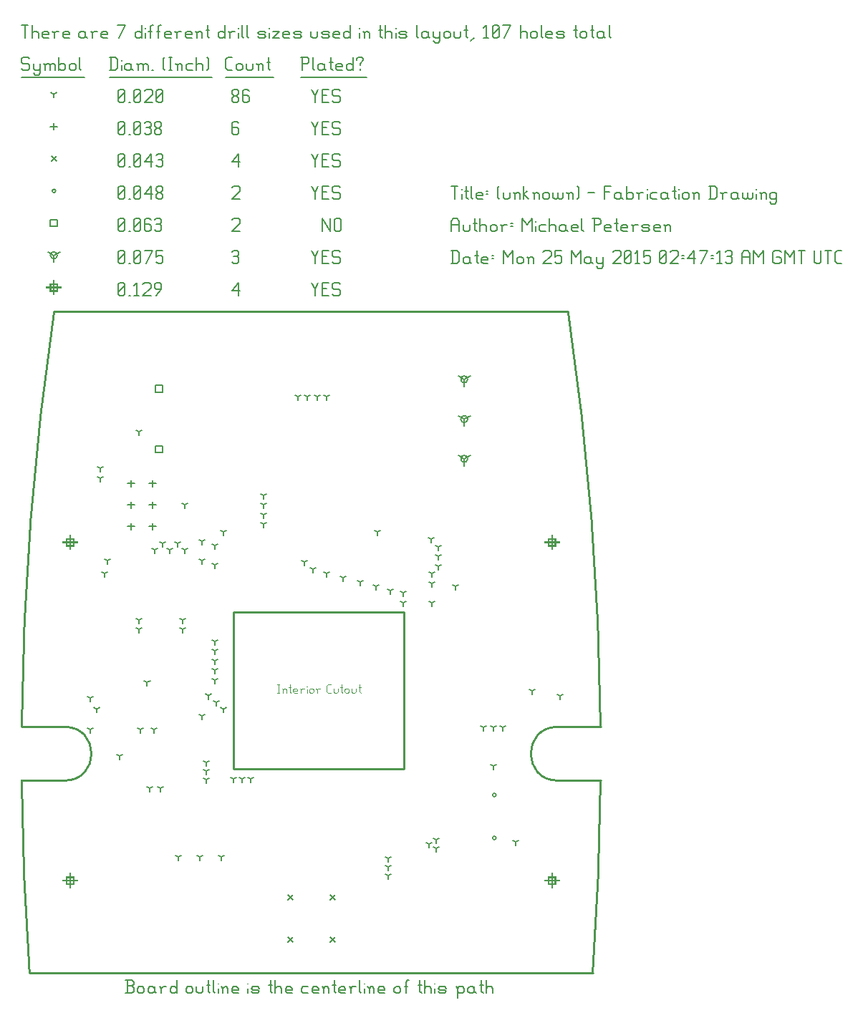
<source format=gbr>
G04 start of page 13 for group -3984 idx -3984 *
G04 Title: (unknown), fab *
G04 Creator: pcb 20110918 *
G04 CreationDate: Mon 25 May 2015 02:47:13 AM GMT UTC *
G04 For: railfan *
G04 Format: Gerber/RS-274X *
G04 PCB-Dimensions: 269500 307800 *
G04 PCB-Coordinate-Origin: lower left *
%MOIN*%
%FSLAX25Y25*%
%LNFAB*%
%ADD114C,0.0050*%
%ADD113C,0.0040*%
%ADD112C,0.0100*%
%ADD111C,0.0075*%
%ADD110C,0.0060*%
%ADD109R,0.0080X0.0080*%
G54D109*X22600Y203600D02*Y197200D01*
X19400Y200400D02*X25800D01*
X21000Y202000D02*X24200D01*
X21000D02*Y198800D01*
X24200D01*
Y202000D02*Y198800D01*
X22600Y46100D02*Y39700D01*
X19400Y42900D02*X25800D01*
X21000Y44500D02*X24200D01*
X21000D02*Y41300D01*
X24200D01*
Y44500D02*Y41300D01*
X246900Y203600D02*Y197200D01*
X243700Y200400D02*X250100D01*
X245300Y202000D02*X248500D01*
X245300D02*Y198800D01*
X248500D01*
Y202000D02*Y198800D01*
X246900Y46100D02*Y39700D01*
X243700Y42900D02*X250100D01*
X245300Y44500D02*X248500D01*
X245300D02*Y41300D01*
X248500D01*
Y44500D02*Y41300D01*
X15000Y322250D02*Y315850D01*
X11800Y319050D02*X18200D01*
X13400Y320650D02*X16600D01*
X13400D02*Y317450D01*
X16600D01*
Y320650D02*Y317450D01*
G54D110*X135000Y321300D02*X136500Y318300D01*
X138000Y321300D01*
X136500Y318300D02*Y315300D01*
X139800Y318600D02*X142050D01*
X139800Y315300D02*X142800D01*
X139800Y321300D02*Y315300D01*
Y321300D02*X142800D01*
X147600D02*X148350Y320550D01*
X145350Y321300D02*X147600D01*
X144600Y320550D02*X145350Y321300D01*
X144600Y320550D02*Y319050D01*
X145350Y318300D01*
X147600D01*
X148350Y317550D01*
Y316050D01*
X147600Y315300D02*X148350Y316050D01*
X145350Y315300D02*X147600D01*
X144600Y316050D02*X145350Y315300D01*
X98000Y317550D02*X101000Y321300D01*
X98000Y317550D02*X101750D01*
X101000Y321300D02*Y315300D01*
X45000Y316050D02*X45750Y315300D01*
X45000Y320550D02*Y316050D01*
Y320550D02*X45750Y321300D01*
X47250D01*
X48000Y320550D01*
Y316050D01*
X47250Y315300D02*X48000Y316050D01*
X45750Y315300D02*X47250D01*
X45000Y316800D02*X48000Y319800D01*
X49800Y315300D02*X50550D01*
X52350Y320100D02*X53550Y321300D01*
Y315300D01*
X52350D02*X54600D01*
X56400Y320550D02*X57150Y321300D01*
X59400D01*
X60150Y320550D01*
Y319050D01*
X56400Y315300D02*X60150Y319050D01*
X56400Y315300D02*X60150D01*
X62700D02*X64950Y318300D01*
Y320550D02*Y318300D01*
X64200Y321300D02*X64950Y320550D01*
X62700Y321300D02*X64200D01*
X61950Y320550D02*X62700Y321300D01*
X61950Y320550D02*Y319050D01*
X62700Y318300D01*
X64950D01*
X206000Y276300D02*Y273100D01*
Y276300D02*X208773Y277900D01*
X206000Y276300D02*X203227Y277900D01*
X204400Y276300D02*G75*G03X207600Y276300I1600J0D01*G01*
G75*G03X204400Y276300I-1600J0D01*G01*
X206000Y257800D02*Y254600D01*
Y257800D02*X208773Y259400D01*
X206000Y257800D02*X203227Y259400D01*
X204400Y257800D02*G75*G03X207600Y257800I1600J0D01*G01*
G75*G03X204400Y257800I-1600J0D01*G01*
X206000Y239300D02*Y236100D01*
Y239300D02*X208773Y240900D01*
X206000Y239300D02*X203227Y240900D01*
X204400Y239300D02*G75*G03X207600Y239300I1600J0D01*G01*
G75*G03X204400Y239300I-1600J0D01*G01*
X15000Y334050D02*Y330850D01*
Y334050D02*X17773Y335650D01*
X15000Y334050D02*X12227Y335650D01*
X13400Y334050D02*G75*G03X16600Y334050I1600J0D01*G01*
G75*G03X13400Y334050I-1600J0D01*G01*
X135000Y336300D02*X136500Y333300D01*
X138000Y336300D01*
X136500Y333300D02*Y330300D01*
X139800Y333600D02*X142050D01*
X139800Y330300D02*X142800D01*
X139800Y336300D02*Y330300D01*
Y336300D02*X142800D01*
X147600D02*X148350Y335550D01*
X145350Y336300D02*X147600D01*
X144600Y335550D02*X145350Y336300D01*
X144600Y335550D02*Y334050D01*
X145350Y333300D01*
X147600D01*
X148350Y332550D01*
Y331050D01*
X147600Y330300D02*X148350Y331050D01*
X145350Y330300D02*X147600D01*
X144600Y331050D02*X145350Y330300D01*
X98000Y335550D02*X98750Y336300D01*
X100250D01*
X101000Y335550D01*
X100250Y330300D02*X101000Y331050D01*
X98750Y330300D02*X100250D01*
X98000Y331050D02*X98750Y330300D01*
Y333600D02*X100250D01*
X101000Y335550D02*Y334350D01*
Y332850D02*Y331050D01*
Y332850D02*X100250Y333600D01*
X101000Y334350D02*X100250Y333600D01*
X45000Y331050D02*X45750Y330300D01*
X45000Y335550D02*Y331050D01*
Y335550D02*X45750Y336300D01*
X47250D01*
X48000Y335550D01*
Y331050D01*
X47250Y330300D02*X48000Y331050D01*
X45750Y330300D02*X47250D01*
X45000Y331800D02*X48000Y334800D01*
X49800Y330300D02*X50550D01*
X52350Y331050D02*X53100Y330300D01*
X52350Y335550D02*Y331050D01*
Y335550D02*X53100Y336300D01*
X54600D01*
X55350Y335550D01*
Y331050D01*
X54600Y330300D02*X55350Y331050D01*
X53100Y330300D02*X54600D01*
X52350Y331800D02*X55350Y334800D01*
X57900Y330300D02*X60900Y336300D01*
X57150D02*X60900D01*
X62700D02*X65700D01*
X62700D02*Y333300D01*
X63450Y334050D01*
X64950D01*
X65700Y333300D01*
Y331050D01*
X64950Y330300D02*X65700Y331050D01*
X63450Y330300D02*X64950D01*
X62700Y331050D02*X63450Y330300D01*
X62400Y245350D02*X65600D01*
X62400D02*Y242150D01*
X65600D01*
Y245350D02*Y242150D01*
X62400Y273450D02*X65600D01*
X62400D02*Y270250D01*
X65600D01*
Y273450D02*Y270250D01*
X13400Y350650D02*X16600D01*
X13400D02*Y347450D01*
X16600D01*
Y350650D02*Y347450D01*
X140000Y351300D02*Y345300D01*
Y351300D02*X143750Y345300D01*
Y351300D02*Y345300D01*
X145550Y350550D02*Y346050D01*
Y350550D02*X146300Y351300D01*
X147800D01*
X148550Y350550D01*
Y346050D01*
X147800Y345300D02*X148550Y346050D01*
X146300Y345300D02*X147800D01*
X145550Y346050D02*X146300Y345300D01*
X98000Y350550D02*X98750Y351300D01*
X101000D01*
X101750Y350550D01*
Y349050D01*
X98000Y345300D02*X101750Y349050D01*
X98000Y345300D02*X101750D01*
X45000Y346050D02*X45750Y345300D01*
X45000Y350550D02*Y346050D01*
Y350550D02*X45750Y351300D01*
X47250D01*
X48000Y350550D01*
Y346050D01*
X47250Y345300D02*X48000Y346050D01*
X45750Y345300D02*X47250D01*
X45000Y346800D02*X48000Y349800D01*
X49800Y345300D02*X50550D01*
X52350Y346050D02*X53100Y345300D01*
X52350Y350550D02*Y346050D01*
Y350550D02*X53100Y351300D01*
X54600D01*
X55350Y350550D01*
Y346050D01*
X54600Y345300D02*X55350Y346050D01*
X53100Y345300D02*X54600D01*
X52350Y346800D02*X55350Y349800D01*
X59400Y351300D02*X60150Y350550D01*
X57900Y351300D02*X59400D01*
X57150Y350550D02*X57900Y351300D01*
X57150Y350550D02*Y346050D01*
X57900Y345300D01*
X59400Y348600D02*X60150Y347850D01*
X57150Y348600D02*X59400D01*
X57900Y345300D02*X59400D01*
X60150Y346050D01*
Y347850D02*Y346050D01*
X61950Y350550D02*X62700Y351300D01*
X64200D01*
X64950Y350550D01*
X64200Y345300D02*X64950Y346050D01*
X62700Y345300D02*X64200D01*
X61950Y346050D02*X62700Y345300D01*
Y348600D02*X64200D01*
X64950Y350550D02*Y349350D01*
Y347850D02*Y346050D01*
Y347850D02*X64200Y348600D01*
X64950Y349350D02*X64200Y348600D01*
X219200Y62800D02*G75*G03X220800Y62800I800J0D01*G01*
G75*G03X219200Y62800I-800J0D01*G01*
Y82800D02*G75*G03X220800Y82800I800J0D01*G01*
G75*G03X219200Y82800I-800J0D01*G01*
X14200Y364050D02*G75*G03X15800Y364050I800J0D01*G01*
G75*G03X14200Y364050I-800J0D01*G01*
X135000Y366300D02*X136500Y363300D01*
X138000Y366300D01*
X136500Y363300D02*Y360300D01*
X139800Y363600D02*X142050D01*
X139800Y360300D02*X142800D01*
X139800Y366300D02*Y360300D01*
Y366300D02*X142800D01*
X147600D02*X148350Y365550D01*
X145350Y366300D02*X147600D01*
X144600Y365550D02*X145350Y366300D01*
X144600Y365550D02*Y364050D01*
X145350Y363300D01*
X147600D01*
X148350Y362550D01*
Y361050D01*
X147600Y360300D02*X148350Y361050D01*
X145350Y360300D02*X147600D01*
X144600Y361050D02*X145350Y360300D01*
X98000Y365550D02*X98750Y366300D01*
X101000D01*
X101750Y365550D01*
Y364050D01*
X98000Y360300D02*X101750Y364050D01*
X98000Y360300D02*X101750D01*
X45000Y361050D02*X45750Y360300D01*
X45000Y365550D02*Y361050D01*
Y365550D02*X45750Y366300D01*
X47250D01*
X48000Y365550D01*
Y361050D01*
X47250Y360300D02*X48000Y361050D01*
X45750Y360300D02*X47250D01*
X45000Y361800D02*X48000Y364800D01*
X49800Y360300D02*X50550D01*
X52350Y361050D02*X53100Y360300D01*
X52350Y365550D02*Y361050D01*
Y365550D02*X53100Y366300D01*
X54600D01*
X55350Y365550D01*
Y361050D01*
X54600Y360300D02*X55350Y361050D01*
X53100Y360300D02*X54600D01*
X52350Y361800D02*X55350Y364800D01*
X57150Y362550D02*X60150Y366300D01*
X57150Y362550D02*X60900D01*
X60150Y366300D02*Y360300D01*
X62700Y361050D02*X63450Y360300D01*
X62700Y362250D02*Y361050D01*
Y362250D02*X63750Y363300D01*
X64650D01*
X65700Y362250D01*
Y361050D01*
X64950Y360300D02*X65700Y361050D01*
X63450Y360300D02*X64950D01*
X62700Y364350D02*X63750Y363300D01*
X62700Y365550D02*Y364350D01*
Y365550D02*X63450Y366300D01*
X64950D01*
X65700Y365550D01*
Y364350D01*
X64650Y363300D02*X65700Y364350D01*
X123957Y36343D02*X126357Y33943D01*
X123957D02*X126357Y36343D01*
X143643D02*X146043Y33943D01*
X143643D02*X146043Y36343D01*
X123957Y16657D02*X126357Y14257D01*
X123957D02*X126357Y16657D01*
X143643D02*X146043Y14257D01*
X143643D02*X146043Y16657D01*
X13800Y380250D02*X16200Y377850D01*
X13800D02*X16200Y380250D01*
X135000Y381300D02*X136500Y378300D01*
X138000Y381300D01*
X136500Y378300D02*Y375300D01*
X139800Y378600D02*X142050D01*
X139800Y375300D02*X142800D01*
X139800Y381300D02*Y375300D01*
Y381300D02*X142800D01*
X147600D02*X148350Y380550D01*
X145350Y381300D02*X147600D01*
X144600Y380550D02*X145350Y381300D01*
X144600Y380550D02*Y379050D01*
X145350Y378300D01*
X147600D01*
X148350Y377550D01*
Y376050D01*
X147600Y375300D02*X148350Y376050D01*
X145350Y375300D02*X147600D01*
X144600Y376050D02*X145350Y375300D01*
X98000Y377550D02*X101000Y381300D01*
X98000Y377550D02*X101750D01*
X101000Y381300D02*Y375300D01*
X45000Y376050D02*X45750Y375300D01*
X45000Y380550D02*Y376050D01*
Y380550D02*X45750Y381300D01*
X47250D01*
X48000Y380550D01*
Y376050D01*
X47250Y375300D02*X48000Y376050D01*
X45750Y375300D02*X47250D01*
X45000Y376800D02*X48000Y379800D01*
X49800Y375300D02*X50550D01*
X52350Y376050D02*X53100Y375300D01*
X52350Y380550D02*Y376050D01*
Y380550D02*X53100Y381300D01*
X54600D01*
X55350Y380550D01*
Y376050D01*
X54600Y375300D02*X55350Y376050D01*
X53100Y375300D02*X54600D01*
X52350Y376800D02*X55350Y379800D01*
X57150Y377550D02*X60150Y381300D01*
X57150Y377550D02*X60900D01*
X60150Y381300D02*Y375300D01*
X62700Y380550D02*X63450Y381300D01*
X64950D01*
X65700Y380550D01*
X64950Y375300D02*X65700Y376050D01*
X63450Y375300D02*X64950D01*
X62700Y376050D02*X63450Y375300D01*
Y378600D02*X64950D01*
X65700Y380550D02*Y379350D01*
Y377850D02*Y376050D01*
Y377850D02*X64950Y378600D01*
X65700Y379350D02*X64950Y378600D01*
X61000Y209400D02*Y206200D01*
X59400Y207800D02*X62600D01*
X61000Y219400D02*Y216200D01*
X59400Y217800D02*X62600D01*
X61000Y229400D02*Y226200D01*
X59400Y227800D02*X62600D01*
X51000Y209400D02*Y206200D01*
X49400Y207800D02*X52600D01*
X51000Y219400D02*Y216200D01*
X49400Y217800D02*X52600D01*
X51000Y229400D02*Y226200D01*
X49400Y227800D02*X52600D01*
X15000Y395650D02*Y392450D01*
X13400Y394050D02*X16600D01*
X135000Y396300D02*X136500Y393300D01*
X138000Y396300D01*
X136500Y393300D02*Y390300D01*
X139800Y393600D02*X142050D01*
X139800Y390300D02*X142800D01*
X139800Y396300D02*Y390300D01*
Y396300D02*X142800D01*
X147600D02*X148350Y395550D01*
X145350Y396300D02*X147600D01*
X144600Y395550D02*X145350Y396300D01*
X144600Y395550D02*Y394050D01*
X145350Y393300D01*
X147600D01*
X148350Y392550D01*
Y391050D01*
X147600Y390300D02*X148350Y391050D01*
X145350Y390300D02*X147600D01*
X144600Y391050D02*X145350Y390300D01*
X100250Y396300D02*X101000Y395550D01*
X98750Y396300D02*X100250D01*
X98000Y395550D02*X98750Y396300D01*
X98000Y395550D02*Y391050D01*
X98750Y390300D01*
X100250Y393600D02*X101000Y392850D01*
X98000Y393600D02*X100250D01*
X98750Y390300D02*X100250D01*
X101000Y391050D01*
Y392850D02*Y391050D01*
X45000D02*X45750Y390300D01*
X45000Y395550D02*Y391050D01*
Y395550D02*X45750Y396300D01*
X47250D01*
X48000Y395550D01*
Y391050D01*
X47250Y390300D02*X48000Y391050D01*
X45750Y390300D02*X47250D01*
X45000Y391800D02*X48000Y394800D01*
X49800Y390300D02*X50550D01*
X52350Y391050D02*X53100Y390300D01*
X52350Y395550D02*Y391050D01*
Y395550D02*X53100Y396300D01*
X54600D01*
X55350Y395550D01*
Y391050D01*
X54600Y390300D02*X55350Y391050D01*
X53100Y390300D02*X54600D01*
X52350Y391800D02*X55350Y394800D01*
X57150Y395550D02*X57900Y396300D01*
X59400D01*
X60150Y395550D01*
X59400Y390300D02*X60150Y391050D01*
X57900Y390300D02*X59400D01*
X57150Y391050D02*X57900Y390300D01*
Y393600D02*X59400D01*
X60150Y395550D02*Y394350D01*
Y392850D02*Y391050D01*
Y392850D02*X59400Y393600D01*
X60150Y394350D02*X59400Y393600D01*
X61950Y391050D02*X62700Y390300D01*
X61950Y392250D02*Y391050D01*
Y392250D02*X63000Y393300D01*
X63900D01*
X64950Y392250D01*
Y391050D01*
X64200Y390300D02*X64950Y391050D01*
X62700Y390300D02*X64200D01*
X61950Y394350D02*X63000Y393300D01*
X61950Y395550D02*Y394350D01*
Y395550D02*X62700Y396300D01*
X64200D01*
X64950Y395550D01*
Y394350D01*
X63900Y393300D02*X64950Y394350D01*
X59500Y85800D02*Y84200D01*
Y85800D02*X60887Y86600D01*
X59500Y85800D02*X58113Y86600D01*
X64500Y85800D02*Y84200D01*
Y85800D02*X65887Y86600D01*
X64500Y85800D02*X63113Y86600D01*
X54500Y159800D02*Y158200D01*
Y159800D02*X55887Y160600D01*
X54500Y159800D02*X53113Y160600D01*
X75000Y159800D02*Y158200D01*
Y159800D02*X76387Y160600D01*
X75000Y159800D02*X73613Y160600D01*
X58425Y135300D02*Y133700D01*
Y135300D02*X59812Y136100D01*
X58425Y135300D02*X57038Y136100D01*
X55276Y113300D02*Y111700D01*
Y113300D02*X56663Y114100D01*
X55276Y113300D02*X53889Y114100D01*
X61575Y113300D02*Y111700D01*
Y113300D02*X62962Y114100D01*
X61575Y113300D02*X60188Y114100D01*
X87000Y129025D02*Y127425D01*
Y129025D02*X88387Y129825D01*
X87000Y129025D02*X85613Y129825D01*
X90500Y125875D02*Y124275D01*
Y125875D02*X91887Y126675D01*
X90500Y125875D02*X89113Y126675D01*
X94000Y122725D02*Y121125D01*
Y122725D02*X95387Y123525D01*
X94000Y122725D02*X92613Y123525D01*
X93000Y53800D02*Y52200D01*
Y53800D02*X94387Y54600D01*
X93000Y53800D02*X91613Y54600D01*
X83000Y53800D02*Y52200D01*
Y53800D02*X84387Y54600D01*
X83000Y53800D02*X81613Y54600D01*
X73000Y53800D02*Y52200D01*
Y53800D02*X74387Y54600D01*
X73000Y53800D02*X71613Y54600D01*
X98500Y90300D02*Y88700D01*
Y90300D02*X99887Y91100D01*
X98500Y90300D02*X97113Y91100D01*
X86000Y93800D02*Y92200D01*
Y93800D02*X87387Y94600D01*
X86000Y93800D02*X84613Y94600D01*
X86000Y97800D02*Y96200D01*
Y97800D02*X87387Y98600D01*
X86000Y97800D02*X84613Y98600D01*
X86000Y89800D02*Y88200D01*
Y89800D02*X87387Y90600D01*
X86000Y89800D02*X84613Y90600D01*
X102500Y90300D02*Y88700D01*
Y90300D02*X103887Y91100D01*
X102500Y90300D02*X101113Y91100D01*
X106500Y90300D02*Y88700D01*
Y90300D02*X107887Y91100D01*
X106500Y90300D02*X105113Y91100D01*
X170500Y45300D02*Y43700D01*
Y45300D02*X171887Y46100D01*
X170500Y45300D02*X169113Y46100D01*
X170500Y53300D02*Y51700D01*
Y53300D02*X171887Y54100D01*
X170500Y53300D02*X169113Y54100D01*
X170500Y49300D02*Y47700D01*
Y49300D02*X171887Y50100D01*
X170500Y49300D02*X169113Y50100D01*
X189500Y59800D02*Y58200D01*
Y59800D02*X190887Y60600D01*
X189500Y59800D02*X188113Y60600D01*
X193000Y57800D02*Y56200D01*
Y57800D02*X194387Y58600D01*
X193000Y57800D02*X191613Y58600D01*
X193000Y61800D02*Y60200D01*
Y61800D02*X194387Y62600D01*
X193000Y61800D02*X191613Y62600D01*
X84000Y119576D02*Y117976D01*
Y119576D02*X85387Y120376D01*
X84000Y119576D02*X82613Y120376D01*
X45500Y100800D02*Y99200D01*
Y100800D02*X46887Y101600D01*
X45500Y100800D02*X44113Y101600D01*
X177500Y172300D02*Y170700D01*
Y172300D02*X178887Y173100D01*
X177500Y172300D02*X176113Y173100D01*
X191000Y172300D02*Y170700D01*
Y172300D02*X192387Y173100D01*
X191000Y172300D02*X189613Y173100D01*
X177500Y176800D02*Y175200D01*
Y176800D02*X178887Y177600D01*
X177500Y176800D02*X176113Y177600D01*
X191000Y181300D02*Y179700D01*
Y181300D02*X192387Y182100D01*
X191000Y181300D02*X189613Y182100D01*
X191000Y185800D02*Y184200D01*
Y185800D02*X192387Y186600D01*
X191000Y185800D02*X189613Y186600D01*
X202000Y179800D02*Y178200D01*
Y179800D02*X203387Y180600D01*
X202000Y179800D02*X200613Y180600D01*
X230000Y60800D02*Y59200D01*
Y60800D02*X231387Y61600D01*
X230000Y60800D02*X228613Y61600D01*
X219500Y96300D02*Y94700D01*
Y96300D02*X220887Y97100D01*
X219500Y96300D02*X218113Y97100D01*
X219500Y114300D02*Y112700D01*
Y114300D02*X220887Y115100D01*
X219500Y114300D02*X218113Y115100D01*
X215000Y114300D02*Y112700D01*
Y114300D02*X216387Y115100D01*
X215000Y114300D02*X213613Y115100D01*
X224000Y114300D02*Y112700D01*
Y114300D02*X225387Y115100D01*
X224000Y114300D02*X222613Y115100D01*
X237500Y131300D02*Y129700D01*
Y131300D02*X238887Y132100D01*
X237500Y131300D02*X236113Y132100D01*
X250500Y128800D02*Y127200D01*
Y128800D02*X251887Y129600D01*
X250500Y128800D02*X249113Y129600D01*
X171500Y177800D02*Y176200D01*
Y177800D02*X172887Y178600D01*
X171500Y177800D02*X170113Y178600D01*
X165000Y179800D02*Y178200D01*
Y179800D02*X166387Y180600D01*
X165000Y179800D02*X163613Y180600D01*
X35000Y122725D02*Y121125D01*
Y122725D02*X36387Y123525D01*
X35000Y122725D02*X33613Y123525D01*
X94000Y205241D02*Y203641D01*
Y205241D02*X95387Y206041D01*
X94000Y205241D02*X92613Y206041D01*
X157500Y181800D02*Y180200D01*
Y181800D02*X158887Y182600D01*
X157500Y181800D02*X156113Y182600D01*
X194000Y189300D02*Y187700D01*
Y189300D02*X195387Y190100D01*
X194000Y189300D02*X192613Y190100D01*
X149500Y183800D02*Y182200D01*
Y183800D02*X150887Y184600D01*
X149500Y183800D02*X148113Y184600D01*
X194000Y193800D02*Y192200D01*
Y193800D02*X195387Y194600D01*
X194000Y193800D02*X192613Y194600D01*
X194000Y198300D02*Y196700D01*
Y198300D02*X195387Y199100D01*
X194000Y198300D02*X192613Y199100D01*
X142000Y185800D02*Y184200D01*
Y185800D02*X143387Y186600D01*
X142000Y185800D02*X140613Y186600D01*
X38500Y185800D02*Y184200D01*
Y185800D02*X39887Y186600D01*
X38500Y185800D02*X37113Y186600D01*
X90000Y189800D02*Y188200D01*
Y189800D02*X91387Y190600D01*
X90000Y189800D02*X88613Y190600D01*
X84000Y191800D02*Y190200D01*
Y191800D02*X85387Y192600D01*
X84000Y191800D02*X82613Y192600D01*
X84000Y200800D02*Y199200D01*
Y200800D02*X85387Y201600D01*
X84000Y200800D02*X82613Y201600D01*
X90000Y198800D02*Y197200D01*
Y198800D02*X91387Y199600D01*
X90000Y198800D02*X88613Y199600D01*
X135500Y187800D02*Y186200D01*
Y187800D02*X136887Y188600D01*
X135500Y187800D02*X134113Y188600D01*
X131500Y191300D02*Y189700D01*
Y191300D02*X132887Y192100D01*
X131500Y191300D02*X130113Y192100D01*
X190500Y201800D02*Y200200D01*
Y201800D02*X191887Y202600D01*
X190500Y201800D02*X189113Y202600D01*
X165500Y205241D02*Y203641D01*
Y205241D02*X166887Y206041D01*
X165500Y205241D02*X164113Y206041D01*
X90000Y136300D02*Y134700D01*
Y136300D02*X91387Y137100D01*
X90000Y136300D02*X88613Y137100D01*
X90000Y140800D02*Y139200D01*
Y140800D02*X91387Y141600D01*
X90000Y140800D02*X88613Y141600D01*
X90000Y145300D02*Y143700D01*
Y145300D02*X91387Y146100D01*
X90000Y145300D02*X88613Y146100D01*
X90000Y149800D02*Y148200D01*
Y149800D02*X91387Y150600D01*
X90000Y149800D02*X88613Y150600D01*
X90000Y154300D02*Y152700D01*
Y154300D02*X91387Y155100D01*
X90000Y154300D02*X88613Y155100D01*
X76000Y196800D02*Y195200D01*
Y196800D02*X77387Y197600D01*
X76000Y196800D02*X74613Y197600D01*
X72500Y199800D02*Y198200D01*
Y199800D02*X73887Y200600D01*
X72500Y199800D02*X71113Y200600D01*
X69000Y196800D02*Y195200D01*
Y196800D02*X70387Y197600D01*
X69000Y196800D02*X67613Y197600D01*
X65500Y199800D02*Y198200D01*
Y199800D02*X66887Y200600D01*
X65500Y199800D02*X64113Y200600D01*
X62000Y196800D02*Y195200D01*
Y196800D02*X63387Y197600D01*
X62000Y196800D02*X60613Y197600D01*
X76000Y217800D02*Y216200D01*
Y217800D02*X77387Y218600D01*
X76000Y217800D02*X74613Y218600D01*
X40000Y191800D02*Y190200D01*
Y191800D02*X41387Y192600D01*
X40000Y191800D02*X38613Y192600D01*
X54500Y251800D02*Y250200D01*
Y251800D02*X55887Y252600D01*
X54500Y251800D02*X53113Y252600D01*
X142000Y268300D02*Y266700D01*
Y268300D02*X143387Y269100D01*
X142000Y268300D02*X140613Y269100D01*
X137500Y268300D02*Y266700D01*
Y268300D02*X138887Y269100D01*
X137500Y268300D02*X136113Y269100D01*
X133000Y268300D02*Y266700D01*
Y268300D02*X134387Y269100D01*
X133000Y268300D02*X131613Y269100D01*
X128500Y268300D02*Y266700D01*
Y268300D02*X129887Y269100D01*
X128500Y268300D02*X127113Y269100D01*
X32000Y127800D02*Y126200D01*
Y127800D02*X33387Y128600D01*
X32000Y127800D02*X30613Y128600D01*
X32000Y113276D02*Y111676D01*
Y113276D02*X33387Y114076D01*
X32000Y113276D02*X30613Y114076D01*
X36500Y230300D02*Y228700D01*
Y230300D02*X37887Y231100D01*
X36500Y230300D02*X35113Y231100D01*
X36500Y234800D02*Y233200D01*
Y234800D02*X37887Y235600D01*
X36500Y234800D02*X35113Y235600D01*
X112500Y222300D02*Y220700D01*
Y222300D02*X113887Y223100D01*
X112500Y222300D02*X111113Y223100D01*
X112500Y217800D02*Y216200D01*
Y217800D02*X113887Y218600D01*
X112500Y217800D02*X111113Y218600D01*
X112500Y213300D02*Y211700D01*
Y213300D02*X113887Y214100D01*
X112500Y213300D02*X111113Y214100D01*
X112500Y208800D02*Y207200D01*
Y208800D02*X113887Y209600D01*
X112500Y208800D02*X111113Y209600D01*
X54500Y164300D02*Y162700D01*
Y164300D02*X55887Y165100D01*
X54500Y164300D02*X53113Y165100D01*
X75000Y164300D02*Y162700D01*
Y164300D02*X76387Y165100D01*
X75000Y164300D02*X73613Y165100D01*
X15000Y409050D02*Y407450D01*
Y409050D02*X16387Y409850D01*
X15000Y409050D02*X13613Y409850D01*
X135000Y411300D02*X136500Y408300D01*
X138000Y411300D01*
X136500Y408300D02*Y405300D01*
X139800Y408600D02*X142050D01*
X139800Y405300D02*X142800D01*
X139800Y411300D02*Y405300D01*
Y411300D02*X142800D01*
X147600D02*X148350Y410550D01*
X145350Y411300D02*X147600D01*
X144600Y410550D02*X145350Y411300D01*
X144600Y410550D02*Y409050D01*
X145350Y408300D01*
X147600D01*
X148350Y407550D01*
Y406050D01*
X147600Y405300D02*X148350Y406050D01*
X145350Y405300D02*X147600D01*
X144600Y406050D02*X145350Y405300D01*
X98000Y406050D02*X98750Y405300D01*
X98000Y407250D02*Y406050D01*
Y407250D02*X99050Y408300D01*
X99950D01*
X101000Y407250D01*
Y406050D01*
X100250Y405300D02*X101000Y406050D01*
X98750Y405300D02*X100250D01*
X98000Y409350D02*X99050Y408300D01*
X98000Y410550D02*Y409350D01*
Y410550D02*X98750Y411300D01*
X100250D01*
X101000Y410550D01*
Y409350D01*
X99950Y408300D02*X101000Y409350D01*
X105050Y411300D02*X105800Y410550D01*
X103550Y411300D02*X105050D01*
X102800Y410550D02*X103550Y411300D01*
X102800Y410550D02*Y406050D01*
X103550Y405300D01*
X105050Y408600D02*X105800Y407850D01*
X102800Y408600D02*X105050D01*
X103550Y405300D02*X105050D01*
X105800Y406050D01*
Y407850D02*Y406050D01*
X45000D02*X45750Y405300D01*
X45000Y410550D02*Y406050D01*
Y410550D02*X45750Y411300D01*
X47250D01*
X48000Y410550D01*
Y406050D01*
X47250Y405300D02*X48000Y406050D01*
X45750Y405300D02*X47250D01*
X45000Y406800D02*X48000Y409800D01*
X49800Y405300D02*X50550D01*
X52350Y406050D02*X53100Y405300D01*
X52350Y410550D02*Y406050D01*
Y410550D02*X53100Y411300D01*
X54600D01*
X55350Y410550D01*
Y406050D01*
X54600Y405300D02*X55350Y406050D01*
X53100Y405300D02*X54600D01*
X52350Y406800D02*X55350Y409800D01*
X57150Y410550D02*X57900Y411300D01*
X60150D01*
X60900Y410550D01*
Y409050D01*
X57150Y405300D02*X60900Y409050D01*
X57150Y405300D02*X60900D01*
X62700Y406050D02*X63450Y405300D01*
X62700Y410550D02*Y406050D01*
Y410550D02*X63450Y411300D01*
X64950D01*
X65700Y410550D01*
Y406050D01*
X64950Y405300D02*X65700Y406050D01*
X63450Y405300D02*X64950D01*
X62700Y406800D02*X65700Y409800D01*
X3000Y426300D02*X3750Y425550D01*
X750Y426300D02*X3000D01*
X0Y425550D02*X750Y426300D01*
X0Y425550D02*Y424050D01*
X750Y423300D01*
X3000D01*
X3750Y422550D01*
Y421050D01*
X3000Y420300D02*X3750Y421050D01*
X750Y420300D02*X3000D01*
X0Y421050D02*X750Y420300D01*
X5550Y423300D02*Y421050D01*
X6300Y420300D01*
X8550Y423300D02*Y418800D01*
X7800Y418050D02*X8550Y418800D01*
X6300Y418050D02*X7800D01*
X5550Y418800D02*X6300Y418050D01*
Y420300D02*X7800D01*
X8550Y421050D01*
X11100Y422550D02*Y420300D01*
Y422550D02*X11850Y423300D01*
X12600D01*
X13350Y422550D01*
Y420300D01*
Y422550D02*X14100Y423300D01*
X14850D01*
X15600Y422550D01*
Y420300D01*
X10350Y423300D02*X11100Y422550D01*
X17400Y426300D02*Y420300D01*
Y421050D02*X18150Y420300D01*
X19650D01*
X20400Y421050D01*
Y422550D02*Y421050D01*
X19650Y423300D02*X20400Y422550D01*
X18150Y423300D02*X19650D01*
X17400Y422550D02*X18150Y423300D01*
X22200Y422550D02*Y421050D01*
Y422550D02*X22950Y423300D01*
X24450D01*
X25200Y422550D01*
Y421050D01*
X24450Y420300D02*X25200Y421050D01*
X22950Y420300D02*X24450D01*
X22200Y421050D02*X22950Y420300D01*
X27000Y426300D02*Y421050D01*
X27750Y420300D01*
X0Y417050D02*X29250D01*
X41750Y426300D02*Y420300D01*
X43700Y426300D02*X44750Y425250D01*
Y421350D01*
X43700Y420300D02*X44750Y421350D01*
X41000Y420300D02*X43700D01*
X41000Y426300D02*X43700D01*
G54D111*X46550Y424800D02*Y424650D01*
G54D110*Y422550D02*Y420300D01*
X50300Y423300D02*X51050Y422550D01*
X48800Y423300D02*X50300D01*
X48050Y422550D02*X48800Y423300D01*
X48050Y422550D02*Y421050D01*
X48800Y420300D01*
X51050Y423300D02*Y421050D01*
X51800Y420300D01*
X48800D02*X50300D01*
X51050Y421050D01*
X54350Y422550D02*Y420300D01*
Y422550D02*X55100Y423300D01*
X55850D01*
X56600Y422550D01*
Y420300D01*
Y422550D02*X57350Y423300D01*
X58100D01*
X58850Y422550D01*
Y420300D01*
X53600Y423300D02*X54350Y422550D01*
X60650Y420300D02*X61400D01*
X65900Y421050D02*X66650Y420300D01*
X65900Y425550D02*X66650Y426300D01*
X65900Y425550D02*Y421050D01*
X68450Y426300D02*X69950D01*
X69200D02*Y420300D01*
X68450D02*X69950D01*
X72500Y422550D02*Y420300D01*
Y422550D02*X73250Y423300D01*
X74000D01*
X74750Y422550D01*
Y420300D01*
X71750Y423300D02*X72500Y422550D01*
X77300Y423300D02*X79550D01*
X76550Y422550D02*X77300Y423300D01*
X76550Y422550D02*Y421050D01*
X77300Y420300D01*
X79550D01*
X81350Y426300D02*Y420300D01*
Y422550D02*X82100Y423300D01*
X83600D01*
X84350Y422550D01*
Y420300D01*
X86150Y426300D02*X86900Y425550D01*
Y421050D01*
X86150Y420300D02*X86900Y421050D01*
X41000Y417050D02*X88700D01*
X96050Y420300D02*X98000D01*
X95000Y421350D02*X96050Y420300D01*
X95000Y425250D02*Y421350D01*
Y425250D02*X96050Y426300D01*
X98000D01*
X99800Y422550D02*Y421050D01*
Y422550D02*X100550Y423300D01*
X102050D01*
X102800Y422550D01*
Y421050D01*
X102050Y420300D02*X102800Y421050D01*
X100550Y420300D02*X102050D01*
X99800Y421050D02*X100550Y420300D01*
X104600Y423300D02*Y421050D01*
X105350Y420300D01*
X106850D01*
X107600Y421050D01*
Y423300D02*Y421050D01*
X110150Y422550D02*Y420300D01*
Y422550D02*X110900Y423300D01*
X111650D01*
X112400Y422550D01*
Y420300D01*
X109400Y423300D02*X110150Y422550D01*
X114950Y426300D02*Y421050D01*
X115700Y420300D01*
X114200Y424050D02*X115700D01*
X95000Y417050D02*X117200D01*
X130750Y426300D02*Y420300D01*
X130000Y426300D02*X133000D01*
X133750Y425550D01*
Y424050D01*
X133000Y423300D02*X133750Y424050D01*
X130750Y423300D02*X133000D01*
X135550Y426300D02*Y421050D01*
X136300Y420300D01*
X140050Y423300D02*X140800Y422550D01*
X138550Y423300D02*X140050D01*
X137800Y422550D02*X138550Y423300D01*
X137800Y422550D02*Y421050D01*
X138550Y420300D01*
X140800Y423300D02*Y421050D01*
X141550Y420300D01*
X138550D02*X140050D01*
X140800Y421050D01*
X144100Y426300D02*Y421050D01*
X144850Y420300D01*
X143350Y424050D02*X144850D01*
X147100Y420300D02*X149350D01*
X146350Y421050D02*X147100Y420300D01*
X146350Y422550D02*Y421050D01*
Y422550D02*X147100Y423300D01*
X148600D01*
X149350Y422550D01*
X146350Y421800D02*X149350D01*
Y422550D02*Y421800D01*
X154150Y426300D02*Y420300D01*
X153400D02*X154150Y421050D01*
X151900Y420300D02*X153400D01*
X151150Y421050D02*X151900Y420300D01*
X151150Y422550D02*Y421050D01*
Y422550D02*X151900Y423300D01*
X153400D01*
X154150Y422550D01*
X157450Y423300D02*Y422550D01*
Y421050D02*Y420300D01*
X155950Y425550D02*Y424800D01*
Y425550D02*X156700Y426300D01*
X158200D01*
X158950Y425550D01*
Y424800D01*
X157450Y423300D02*X158950Y424800D01*
X130000Y417050D02*X160750D01*
X0Y441300D02*X3000D01*
X1500D02*Y435300D01*
X4800Y441300D02*Y435300D01*
Y437550D02*X5550Y438300D01*
X7050D01*
X7800Y437550D01*
Y435300D01*
X10350D02*X12600D01*
X9600Y436050D02*X10350Y435300D01*
X9600Y437550D02*Y436050D01*
Y437550D02*X10350Y438300D01*
X11850D01*
X12600Y437550D01*
X9600Y436800D02*X12600D01*
Y437550D02*Y436800D01*
X15150Y437550D02*Y435300D01*
Y437550D02*X15900Y438300D01*
X17400D01*
X14400D02*X15150Y437550D01*
X19950Y435300D02*X22200D01*
X19200Y436050D02*X19950Y435300D01*
X19200Y437550D02*Y436050D01*
Y437550D02*X19950Y438300D01*
X21450D01*
X22200Y437550D01*
X19200Y436800D02*X22200D01*
Y437550D02*Y436800D01*
X28950Y438300D02*X29700Y437550D01*
X27450Y438300D02*X28950D01*
X26700Y437550D02*X27450Y438300D01*
X26700Y437550D02*Y436050D01*
X27450Y435300D01*
X29700Y438300D02*Y436050D01*
X30450Y435300D01*
X27450D02*X28950D01*
X29700Y436050D01*
X33000Y437550D02*Y435300D01*
Y437550D02*X33750Y438300D01*
X35250D01*
X32250D02*X33000Y437550D01*
X37800Y435300D02*X40050D01*
X37050Y436050D02*X37800Y435300D01*
X37050Y437550D02*Y436050D01*
Y437550D02*X37800Y438300D01*
X39300D01*
X40050Y437550D01*
X37050Y436800D02*X40050D01*
Y437550D02*Y436800D01*
X45300Y435300D02*X48300Y441300D01*
X44550D02*X48300D01*
X55800D02*Y435300D01*
X55050D02*X55800Y436050D01*
X53550Y435300D02*X55050D01*
X52800Y436050D02*X53550Y435300D01*
X52800Y437550D02*Y436050D01*
Y437550D02*X53550Y438300D01*
X55050D01*
X55800Y437550D01*
G54D111*X57600Y439800D02*Y439650D01*
G54D110*Y437550D02*Y435300D01*
X59850Y440550D02*Y435300D01*
Y440550D02*X60600Y441300D01*
X61350D01*
X59100Y438300D02*X60600D01*
X63600Y440550D02*Y435300D01*
Y440550D02*X64350Y441300D01*
X65100D01*
X62850Y438300D02*X64350D01*
X67350Y435300D02*X69600D01*
X66600Y436050D02*X67350Y435300D01*
X66600Y437550D02*Y436050D01*
Y437550D02*X67350Y438300D01*
X68850D01*
X69600Y437550D01*
X66600Y436800D02*X69600D01*
Y437550D02*Y436800D01*
X72150Y437550D02*Y435300D01*
Y437550D02*X72900Y438300D01*
X74400D01*
X71400D02*X72150Y437550D01*
X76950Y435300D02*X79200D01*
X76200Y436050D02*X76950Y435300D01*
X76200Y437550D02*Y436050D01*
Y437550D02*X76950Y438300D01*
X78450D01*
X79200Y437550D01*
X76200Y436800D02*X79200D01*
Y437550D02*Y436800D01*
X81750Y437550D02*Y435300D01*
Y437550D02*X82500Y438300D01*
X83250D01*
X84000Y437550D01*
Y435300D01*
X81000Y438300D02*X81750Y437550D01*
X86550Y441300D02*Y436050D01*
X87300Y435300D01*
X85800Y439050D02*X87300D01*
X94500Y441300D02*Y435300D01*
X93750D02*X94500Y436050D01*
X92250Y435300D02*X93750D01*
X91500Y436050D02*X92250Y435300D01*
X91500Y437550D02*Y436050D01*
Y437550D02*X92250Y438300D01*
X93750D01*
X94500Y437550D01*
X97050D02*Y435300D01*
Y437550D02*X97800Y438300D01*
X99300D01*
X96300D02*X97050Y437550D01*
G54D111*X101100Y439800D02*Y439650D01*
G54D110*Y437550D02*Y435300D01*
X102600Y441300D02*Y436050D01*
X103350Y435300D01*
X104850Y441300D02*Y436050D01*
X105600Y435300D01*
X110550D02*X112800D01*
X113550Y436050D01*
X112800Y436800D02*X113550Y436050D01*
X110550Y436800D02*X112800D01*
X109800Y437550D02*X110550Y436800D01*
X109800Y437550D02*X110550Y438300D01*
X112800D01*
X113550Y437550D01*
X109800Y436050D02*X110550Y435300D01*
G54D111*X115350Y439800D02*Y439650D01*
G54D110*Y437550D02*Y435300D01*
X116850Y438300D02*X119850D01*
X116850Y435300D02*X119850Y438300D01*
X116850Y435300D02*X119850D01*
X122400D02*X124650D01*
X121650Y436050D02*X122400Y435300D01*
X121650Y437550D02*Y436050D01*
Y437550D02*X122400Y438300D01*
X123900D01*
X124650Y437550D01*
X121650Y436800D02*X124650D01*
Y437550D02*Y436800D01*
X127200Y435300D02*X129450D01*
X130200Y436050D01*
X129450Y436800D02*X130200Y436050D01*
X127200Y436800D02*X129450D01*
X126450Y437550D02*X127200Y436800D01*
X126450Y437550D02*X127200Y438300D01*
X129450D01*
X130200Y437550D01*
X126450Y436050D02*X127200Y435300D01*
X134700Y438300D02*Y436050D01*
X135450Y435300D01*
X136950D01*
X137700Y436050D01*
Y438300D02*Y436050D01*
X140250Y435300D02*X142500D01*
X143250Y436050D01*
X142500Y436800D02*X143250Y436050D01*
X140250Y436800D02*X142500D01*
X139500Y437550D02*X140250Y436800D01*
X139500Y437550D02*X140250Y438300D01*
X142500D01*
X143250Y437550D01*
X139500Y436050D02*X140250Y435300D01*
X145800D02*X148050D01*
X145050Y436050D02*X145800Y435300D01*
X145050Y437550D02*Y436050D01*
Y437550D02*X145800Y438300D01*
X147300D01*
X148050Y437550D01*
X145050Y436800D02*X148050D01*
Y437550D02*Y436800D01*
X152850Y441300D02*Y435300D01*
X152100D02*X152850Y436050D01*
X150600Y435300D02*X152100D01*
X149850Y436050D02*X150600Y435300D01*
X149850Y437550D02*Y436050D01*
Y437550D02*X150600Y438300D01*
X152100D01*
X152850Y437550D01*
G54D111*X157350Y439800D02*Y439650D01*
G54D110*Y437550D02*Y435300D01*
X159600Y437550D02*Y435300D01*
Y437550D02*X160350Y438300D01*
X161100D01*
X161850Y437550D01*
Y435300D01*
X158850Y438300D02*X159600Y437550D01*
X167100Y441300D02*Y436050D01*
X167850Y435300D01*
X166350Y439050D02*X167850D01*
X169350Y441300D02*Y435300D01*
Y437550D02*X170100Y438300D01*
X171600D01*
X172350Y437550D01*
Y435300D01*
G54D111*X174150Y439800D02*Y439650D01*
G54D110*Y437550D02*Y435300D01*
X176400D02*X178650D01*
X179400Y436050D01*
X178650Y436800D02*X179400Y436050D01*
X176400Y436800D02*X178650D01*
X175650Y437550D02*X176400Y436800D01*
X175650Y437550D02*X176400Y438300D01*
X178650D01*
X179400Y437550D01*
X175650Y436050D02*X176400Y435300D01*
X183900Y441300D02*Y436050D01*
X184650Y435300D01*
X188400Y438300D02*X189150Y437550D01*
X186900Y438300D02*X188400D01*
X186150Y437550D02*X186900Y438300D01*
X186150Y437550D02*Y436050D01*
X186900Y435300D01*
X189150Y438300D02*Y436050D01*
X189900Y435300D01*
X186900D02*X188400D01*
X189150Y436050D01*
X191700Y438300D02*Y436050D01*
X192450Y435300D01*
X194700Y438300D02*Y433800D01*
X193950Y433050D02*X194700Y433800D01*
X192450Y433050D02*X193950D01*
X191700Y433800D02*X192450Y433050D01*
Y435300D02*X193950D01*
X194700Y436050D01*
X196500Y437550D02*Y436050D01*
Y437550D02*X197250Y438300D01*
X198750D01*
X199500Y437550D01*
Y436050D01*
X198750Y435300D02*X199500Y436050D01*
X197250Y435300D02*X198750D01*
X196500Y436050D02*X197250Y435300D01*
X201300Y438300D02*Y436050D01*
X202050Y435300D01*
X203550D01*
X204300Y436050D01*
Y438300D02*Y436050D01*
X206850Y441300D02*Y436050D01*
X207600Y435300D01*
X206100Y439050D02*X207600D01*
X209100Y433800D02*X210600Y435300D01*
X215100Y440100D02*X216300Y441300D01*
Y435300D01*
X215100D02*X217350D01*
X219150Y436050D02*X219900Y435300D01*
X219150Y440550D02*Y436050D01*
Y440550D02*X219900Y441300D01*
X221400D01*
X222150Y440550D01*
Y436050D01*
X221400Y435300D02*X222150Y436050D01*
X219900Y435300D02*X221400D01*
X219150Y436800D02*X222150Y439800D01*
X224700Y435300D02*X227700Y441300D01*
X223950D02*X227700D01*
X232200D02*Y435300D01*
Y437550D02*X232950Y438300D01*
X234450D01*
X235200Y437550D01*
Y435300D01*
X237000Y437550D02*Y436050D01*
Y437550D02*X237750Y438300D01*
X239250D01*
X240000Y437550D01*
Y436050D01*
X239250Y435300D02*X240000Y436050D01*
X237750Y435300D02*X239250D01*
X237000Y436050D02*X237750Y435300D01*
X241800Y441300D02*Y436050D01*
X242550Y435300D01*
X244800D02*X247050D01*
X244050Y436050D02*X244800Y435300D01*
X244050Y437550D02*Y436050D01*
Y437550D02*X244800Y438300D01*
X246300D01*
X247050Y437550D01*
X244050Y436800D02*X247050D01*
Y437550D02*Y436800D01*
X249600Y435300D02*X251850D01*
X252600Y436050D01*
X251850Y436800D02*X252600Y436050D01*
X249600Y436800D02*X251850D01*
X248850Y437550D02*X249600Y436800D01*
X248850Y437550D02*X249600Y438300D01*
X251850D01*
X252600Y437550D01*
X248850Y436050D02*X249600Y435300D01*
X257850Y441300D02*Y436050D01*
X258600Y435300D01*
X257100Y439050D02*X258600D01*
X260100Y437550D02*Y436050D01*
Y437550D02*X260850Y438300D01*
X262350D01*
X263100Y437550D01*
Y436050D01*
X262350Y435300D02*X263100Y436050D01*
X260850Y435300D02*X262350D01*
X260100Y436050D02*X260850Y435300D01*
X265650Y441300D02*Y436050D01*
X266400Y435300D01*
X264900Y439050D02*X266400D01*
X270150Y438300D02*X270900Y437550D01*
X268650Y438300D02*X270150D01*
X267900Y437550D02*X268650Y438300D01*
X267900Y437550D02*Y436050D01*
X268650Y435300D01*
X270900Y438300D02*Y436050D01*
X271650Y435300D01*
X268650D02*X270150D01*
X270900Y436050D01*
X273450Y441300D02*Y436050D01*
X274200Y435300D01*
G54D112*X15100Y307800D02*X254400D01*
X3700Y0D02*X265800D01*
X0Y114500D02*X20000D01*
X0Y89500D02*X20000D01*
X269500Y114500D02*X249500D01*
X269500Y89500D02*X249500D01*
X98500Y167800D02*X178000D01*
Y94800D01*
X98500D01*
Y167800D01*
X3703Y-10D02*G75*G02X56Y89502I1403197J102010D01*G01*
X56Y114498D02*G75*G02X15132Y307791I1406844J-12498D01*G01*
X265797Y-10D02*G75*G03X269444Y89502I-1403197J102010D01*G01*
X269444Y114498D02*G75*G03X254368Y307791I-1406844J-12498D01*G01*
X20000Y89500D02*G75*G03X20000Y114500I0J12500D01*G01*
X249500Y89500D02*G75*G02X249500Y114500I0J12500D01*G01*
G54D113*X119000Y134300D02*X120000D01*
X119500D02*Y130300D01*
X119000D02*X120000D01*
X121700Y131800D02*Y130300D01*
Y131800D02*X122200Y132300D01*
X122700D01*
X123200Y131800D01*
Y130300D01*
X121200Y132300D02*X121700Y131800D01*
X124900Y134300D02*Y130800D01*
X125400Y130300D01*
X124400Y132800D02*X125400D01*
X126900Y130300D02*X128400D01*
X126400Y130800D02*X126900Y130300D01*
X126400Y131800D02*Y130800D01*
Y131800D02*X126900Y132300D01*
X127900D01*
X128400Y131800D01*
X126400Y131300D02*X128400D01*
Y131800D02*Y131300D01*
X130100Y131800D02*Y130300D01*
Y131800D02*X130600Y132300D01*
X131600D01*
X129600D02*X130100Y131800D01*
G54D114*X132800Y133300D02*Y133200D01*
G54D113*Y131800D02*Y130300D01*
X133800Y131800D02*Y130800D01*
Y131800D02*X134300Y132300D01*
X135300D01*
X135800Y131800D01*
Y130800D01*
X135300Y130300D02*X135800Y130800D01*
X134300Y130300D02*X135300D01*
X133800Y130800D02*X134300Y130300D01*
X137500Y131800D02*Y130300D01*
Y131800D02*X138000Y132300D01*
X139000D01*
X137000D02*X137500Y131800D01*
X142700Y130300D02*X144000D01*
X142000Y131000D02*X142700Y130300D01*
X142000Y133600D02*Y131000D01*
Y133600D02*X142700Y134300D01*
X144000D01*
X145200Y132300D02*Y130800D01*
X145700Y130300D01*
X146700D01*
X147200Y130800D01*
Y132300D02*Y130800D01*
X148900Y134300D02*Y130800D01*
X149400Y130300D01*
X148400Y132800D02*X149400D01*
X150400Y131800D02*Y130800D01*
Y131800D02*X150900Y132300D01*
X151900D01*
X152400Y131800D01*
Y130800D01*
X151900Y130300D02*X152400Y130800D01*
X150900Y130300D02*X151900D01*
X150400Y130800D02*X150900Y130300D01*
X153600Y132300D02*Y130800D01*
X154100Y130300D01*
X155100D01*
X155600Y130800D01*
Y132300D02*Y130800D01*
X157300Y134300D02*Y130800D01*
X157800Y130300D01*
X156800Y132800D02*X157800D01*
G54D110*X48425Y-9500D02*X51425D01*
X52175Y-8750D01*
Y-6950D02*Y-8750D01*
X51425Y-6200D02*X52175Y-6950D01*
X49175Y-6200D02*X51425D01*
X49175Y-3500D02*Y-9500D01*
X48425Y-3500D02*X51425D01*
X52175Y-4250D01*
Y-5450D01*
X51425Y-6200D02*X52175Y-5450D01*
X53975Y-7250D02*Y-8750D01*
Y-7250D02*X54725Y-6500D01*
X56225D01*
X56975Y-7250D01*
Y-8750D01*
X56225Y-9500D02*X56975Y-8750D01*
X54725Y-9500D02*X56225D01*
X53975Y-8750D02*X54725Y-9500D01*
X61025Y-6500D02*X61775Y-7250D01*
X59525Y-6500D02*X61025D01*
X58775Y-7250D02*X59525Y-6500D01*
X58775Y-7250D02*Y-8750D01*
X59525Y-9500D01*
X61775Y-6500D02*Y-8750D01*
X62525Y-9500D01*
X59525D02*X61025D01*
X61775Y-8750D01*
X65075Y-7250D02*Y-9500D01*
Y-7250D02*X65825Y-6500D01*
X67325D01*
X64325D02*X65075Y-7250D01*
X72125Y-3500D02*Y-9500D01*
X71375D02*X72125Y-8750D01*
X69875Y-9500D02*X71375D01*
X69125Y-8750D02*X69875Y-9500D01*
X69125Y-7250D02*Y-8750D01*
Y-7250D02*X69875Y-6500D01*
X71375D01*
X72125Y-7250D01*
X76625D02*Y-8750D01*
Y-7250D02*X77375Y-6500D01*
X78875D01*
X79625Y-7250D01*
Y-8750D01*
X78875Y-9500D02*X79625Y-8750D01*
X77375Y-9500D02*X78875D01*
X76625Y-8750D02*X77375Y-9500D01*
X81425Y-6500D02*Y-8750D01*
X82175Y-9500D01*
X83675D01*
X84425Y-8750D01*
Y-6500D02*Y-8750D01*
X86975Y-3500D02*Y-8750D01*
X87725Y-9500D01*
X86225Y-5750D02*X87725D01*
X89225Y-3500D02*Y-8750D01*
X89975Y-9500D01*
G54D111*X91475Y-5000D02*Y-5150D01*
G54D110*Y-7250D02*Y-9500D01*
X93725Y-7250D02*Y-9500D01*
Y-7250D02*X94475Y-6500D01*
X95225D01*
X95975Y-7250D01*
Y-9500D01*
X92975Y-6500D02*X93725Y-7250D01*
X98525Y-9500D02*X100775D01*
X97775Y-8750D02*X98525Y-9500D01*
X97775Y-7250D02*Y-8750D01*
Y-7250D02*X98525Y-6500D01*
X100025D01*
X100775Y-7250D01*
X97775Y-8000D02*X100775D01*
Y-7250D02*Y-8000D01*
G54D111*X105275Y-5000D02*Y-5150D01*
G54D110*Y-7250D02*Y-9500D01*
X107525D02*X109775D01*
X110525Y-8750D01*
X109775Y-8000D02*X110525Y-8750D01*
X107525Y-8000D02*X109775D01*
X106775Y-7250D02*X107525Y-8000D01*
X106775Y-7250D02*X107525Y-6500D01*
X109775D01*
X110525Y-7250D01*
X106775Y-8750D02*X107525Y-9500D01*
X115775Y-3500D02*Y-8750D01*
X116525Y-9500D01*
X115025Y-5750D02*X116525D01*
X118025Y-3500D02*Y-9500D01*
Y-7250D02*X118775Y-6500D01*
X120275D01*
X121025Y-7250D01*
Y-9500D01*
X123575D02*X125825D01*
X122825Y-8750D02*X123575Y-9500D01*
X122825Y-7250D02*Y-8750D01*
Y-7250D02*X123575Y-6500D01*
X125075D01*
X125825Y-7250D01*
X122825Y-8000D02*X125825D01*
Y-7250D02*Y-8000D01*
X131075Y-6500D02*X133325D01*
X130325Y-7250D02*X131075Y-6500D01*
X130325Y-7250D02*Y-8750D01*
X131075Y-9500D01*
X133325D01*
X135875D02*X138125D01*
X135125Y-8750D02*X135875Y-9500D01*
X135125Y-7250D02*Y-8750D01*
Y-7250D02*X135875Y-6500D01*
X137375D01*
X138125Y-7250D01*
X135125Y-8000D02*X138125D01*
Y-7250D02*Y-8000D01*
X140675Y-7250D02*Y-9500D01*
Y-7250D02*X141425Y-6500D01*
X142175D01*
X142925Y-7250D01*
Y-9500D01*
X139925Y-6500D02*X140675Y-7250D01*
X145475Y-3500D02*Y-8750D01*
X146225Y-9500D01*
X144725Y-5750D02*X146225D01*
X148475Y-9500D02*X150725D01*
X147725Y-8750D02*X148475Y-9500D01*
X147725Y-7250D02*Y-8750D01*
Y-7250D02*X148475Y-6500D01*
X149975D01*
X150725Y-7250D01*
X147725Y-8000D02*X150725D01*
Y-7250D02*Y-8000D01*
X153275Y-7250D02*Y-9500D01*
Y-7250D02*X154025Y-6500D01*
X155525D01*
X152525D02*X153275Y-7250D01*
X157325Y-3500D02*Y-8750D01*
X158075Y-9500D01*
G54D111*X159575Y-5000D02*Y-5150D01*
G54D110*Y-7250D02*Y-9500D01*
X161825Y-7250D02*Y-9500D01*
Y-7250D02*X162575Y-6500D01*
X163325D01*
X164075Y-7250D01*
Y-9500D01*
X161075Y-6500D02*X161825Y-7250D01*
X166625Y-9500D02*X168875D01*
X165875Y-8750D02*X166625Y-9500D01*
X165875Y-7250D02*Y-8750D01*
Y-7250D02*X166625Y-6500D01*
X168125D01*
X168875Y-7250D01*
X165875Y-8000D02*X168875D01*
Y-7250D02*Y-8000D01*
X173375Y-7250D02*Y-8750D01*
Y-7250D02*X174125Y-6500D01*
X175625D01*
X176375Y-7250D01*
Y-8750D01*
X175625Y-9500D02*X176375Y-8750D01*
X174125Y-9500D02*X175625D01*
X173375Y-8750D02*X174125Y-9500D01*
X178925Y-4250D02*Y-9500D01*
Y-4250D02*X179675Y-3500D01*
X180425D01*
X178175Y-6500D02*X179675D01*
X185375Y-3500D02*Y-8750D01*
X186125Y-9500D01*
X184625Y-5750D02*X186125D01*
X187625Y-3500D02*Y-9500D01*
Y-7250D02*X188375Y-6500D01*
X189875D01*
X190625Y-7250D01*
Y-9500D01*
G54D111*X192425Y-5000D02*Y-5150D01*
G54D110*Y-7250D02*Y-9500D01*
X194675D02*X196925D01*
X197675Y-8750D01*
X196925Y-8000D02*X197675Y-8750D01*
X194675Y-8000D02*X196925D01*
X193925Y-7250D02*X194675Y-8000D01*
X193925Y-7250D02*X194675Y-6500D01*
X196925D01*
X197675Y-7250D01*
X193925Y-8750D02*X194675Y-9500D01*
X202925Y-7250D02*Y-11750D01*
X202175Y-6500D02*X202925Y-7250D01*
X203675Y-6500D01*
X205175D01*
X205925Y-7250D01*
Y-8750D01*
X205175Y-9500D02*X205925Y-8750D01*
X203675Y-9500D02*X205175D01*
X202925Y-8750D02*X203675Y-9500D01*
X209975Y-6500D02*X210725Y-7250D01*
X208475Y-6500D02*X209975D01*
X207725Y-7250D02*X208475Y-6500D01*
X207725Y-7250D02*Y-8750D01*
X208475Y-9500D01*
X210725Y-6500D02*Y-8750D01*
X211475Y-9500D01*
X208475D02*X209975D01*
X210725Y-8750D01*
X214025Y-3500D02*Y-8750D01*
X214775Y-9500D01*
X213275Y-5750D02*X214775D01*
X216275Y-3500D02*Y-9500D01*
Y-7250D02*X217025Y-6500D01*
X218525D01*
X219275Y-7250D01*
Y-9500D01*
X200750Y336300D02*Y330300D01*
X202700Y336300D02*X203750Y335250D01*
Y331350D01*
X202700Y330300D02*X203750Y331350D01*
X200000Y330300D02*X202700D01*
X200000Y336300D02*X202700D01*
X207800Y333300D02*X208550Y332550D01*
X206300Y333300D02*X207800D01*
X205550Y332550D02*X206300Y333300D01*
X205550Y332550D02*Y331050D01*
X206300Y330300D01*
X208550Y333300D02*Y331050D01*
X209300Y330300D01*
X206300D02*X207800D01*
X208550Y331050D01*
X211850Y336300D02*Y331050D01*
X212600Y330300D01*
X211100Y334050D02*X212600D01*
X214850Y330300D02*X217100D01*
X214100Y331050D02*X214850Y330300D01*
X214100Y332550D02*Y331050D01*
Y332550D02*X214850Y333300D01*
X216350D01*
X217100Y332550D01*
X214100Y331800D02*X217100D01*
Y332550D02*Y331800D01*
X218900Y334050D02*X219650D01*
X218900Y332550D02*X219650D01*
X224150Y336300D02*Y330300D01*
Y336300D02*X226400Y333300D01*
X228650Y336300D01*
Y330300D01*
X230450Y332550D02*Y331050D01*
Y332550D02*X231200Y333300D01*
X232700D01*
X233450Y332550D01*
Y331050D01*
X232700Y330300D02*X233450Y331050D01*
X231200Y330300D02*X232700D01*
X230450Y331050D02*X231200Y330300D01*
X236000Y332550D02*Y330300D01*
Y332550D02*X236750Y333300D01*
X237500D01*
X238250Y332550D01*
Y330300D01*
X235250Y333300D02*X236000Y332550D01*
X242750Y335550D02*X243500Y336300D01*
X245750D01*
X246500Y335550D01*
Y334050D01*
X242750Y330300D02*X246500Y334050D01*
X242750Y330300D02*X246500D01*
X248300Y336300D02*X251300D01*
X248300D02*Y333300D01*
X249050Y334050D01*
X250550D01*
X251300Y333300D01*
Y331050D01*
X250550Y330300D02*X251300Y331050D01*
X249050Y330300D02*X250550D01*
X248300Y331050D02*X249050Y330300D01*
X255800Y336300D02*Y330300D01*
Y336300D02*X258050Y333300D01*
X260300Y336300D01*
Y330300D01*
X264350Y333300D02*X265100Y332550D01*
X262850Y333300D02*X264350D01*
X262100Y332550D02*X262850Y333300D01*
X262100Y332550D02*Y331050D01*
X262850Y330300D01*
X265100Y333300D02*Y331050D01*
X265850Y330300D01*
X262850D02*X264350D01*
X265100Y331050D01*
X267650Y333300D02*Y331050D01*
X268400Y330300D01*
X270650Y333300D02*Y328800D01*
X269900Y328050D02*X270650Y328800D01*
X268400Y328050D02*X269900D01*
X267650Y328800D02*X268400Y328050D01*
Y330300D02*X269900D01*
X270650Y331050D01*
X275150Y335550D02*X275900Y336300D01*
X278150D01*
X278900Y335550D01*
Y334050D01*
X275150Y330300D02*X278900Y334050D01*
X275150Y330300D02*X278900D01*
X280700Y331050D02*X281450Y330300D01*
X280700Y335550D02*Y331050D01*
Y335550D02*X281450Y336300D01*
X282950D01*
X283700Y335550D01*
Y331050D01*
X282950Y330300D02*X283700Y331050D01*
X281450Y330300D02*X282950D01*
X280700Y331800D02*X283700Y334800D01*
X285500Y335100D02*X286700Y336300D01*
Y330300D01*
X285500D02*X287750D01*
X289550Y336300D02*X292550D01*
X289550D02*Y333300D01*
X290300Y334050D01*
X291800D01*
X292550Y333300D01*
Y331050D01*
X291800Y330300D02*X292550Y331050D01*
X290300Y330300D02*X291800D01*
X289550Y331050D02*X290300Y330300D01*
X297050Y331050D02*X297800Y330300D01*
X297050Y335550D02*Y331050D01*
Y335550D02*X297800Y336300D01*
X299300D01*
X300050Y335550D01*
Y331050D01*
X299300Y330300D02*X300050Y331050D01*
X297800Y330300D02*X299300D01*
X297050Y331800D02*X300050Y334800D01*
X301850Y335550D02*X302600Y336300D01*
X304850D01*
X305600Y335550D01*
Y334050D01*
X301850Y330300D02*X305600Y334050D01*
X301850Y330300D02*X305600D01*
X307400Y334050D02*X308150D01*
X307400Y332550D02*X308150D01*
X309950D02*X312950Y336300D01*
X309950Y332550D02*X313700D01*
X312950Y336300D02*Y330300D01*
X316250D02*X319250Y336300D01*
X315500D02*X319250D01*
X321050Y334050D02*X321800D01*
X321050Y332550D02*X321800D01*
X323600Y335100D02*X324800Y336300D01*
Y330300D01*
X323600D02*X325850D01*
X327650Y335550D02*X328400Y336300D01*
X329900D01*
X330650Y335550D01*
X329900Y330300D02*X330650Y331050D01*
X328400Y330300D02*X329900D01*
X327650Y331050D02*X328400Y330300D01*
Y333600D02*X329900D01*
X330650Y335550D02*Y334350D01*
Y332850D02*Y331050D01*
Y332850D02*X329900Y333600D01*
X330650Y334350D02*X329900Y333600D01*
X335150Y334800D02*Y330300D01*
Y334800D02*X336200Y336300D01*
X337850D01*
X338900Y334800D01*
Y330300D01*
X335150Y333300D02*X338900D01*
X340700Y336300D02*Y330300D01*
Y336300D02*X342950Y333300D01*
X345200Y336300D01*
Y330300D01*
X352700Y336300D02*X353450Y335550D01*
X350450Y336300D02*X352700D01*
X349700Y335550D02*X350450Y336300D01*
X349700Y335550D02*Y331050D01*
X350450Y330300D01*
X352700D01*
X353450Y331050D01*
Y332550D02*Y331050D01*
X352700Y333300D02*X353450Y332550D01*
X351200Y333300D02*X352700D01*
X355250Y336300D02*Y330300D01*
Y336300D02*X357500Y333300D01*
X359750Y336300D01*
Y330300D01*
X361550Y336300D02*X364550D01*
X363050D02*Y330300D01*
X369050Y336300D02*Y331050D01*
X369800Y330300D01*
X371300D01*
X372050Y331050D01*
Y336300D02*Y331050D01*
X373850Y336300D02*X376850D01*
X375350D02*Y330300D01*
X379700D02*X381650D01*
X378650Y331350D02*X379700Y330300D01*
X378650Y335250D02*Y331350D01*
Y335250D02*X379700Y336300D01*
X381650D01*
X200000Y349800D02*Y345300D01*
Y349800D02*X201050Y351300D01*
X202700D01*
X203750Y349800D01*
Y345300D01*
X200000Y348300D02*X203750D01*
X205550D02*Y346050D01*
X206300Y345300D01*
X207800D01*
X208550Y346050D01*
Y348300D02*Y346050D01*
X211100Y351300D02*Y346050D01*
X211850Y345300D01*
X210350Y349050D02*X211850D01*
X213350Y351300D02*Y345300D01*
Y347550D02*X214100Y348300D01*
X215600D01*
X216350Y347550D01*
Y345300D01*
X218150Y347550D02*Y346050D01*
Y347550D02*X218900Y348300D01*
X220400D01*
X221150Y347550D01*
Y346050D01*
X220400Y345300D02*X221150Y346050D01*
X218900Y345300D02*X220400D01*
X218150Y346050D02*X218900Y345300D01*
X223700Y347550D02*Y345300D01*
Y347550D02*X224450Y348300D01*
X225950D01*
X222950D02*X223700Y347550D01*
X227750Y349050D02*X228500D01*
X227750Y347550D02*X228500D01*
X233000Y351300D02*Y345300D01*
Y351300D02*X235250Y348300D01*
X237500Y351300D01*
Y345300D01*
G54D111*X239300Y349800D02*Y349650D01*
G54D110*Y347550D02*Y345300D01*
X241550Y348300D02*X243800D01*
X240800Y347550D02*X241550Y348300D01*
X240800Y347550D02*Y346050D01*
X241550Y345300D01*
X243800D01*
X245600Y351300D02*Y345300D01*
Y347550D02*X246350Y348300D01*
X247850D01*
X248600Y347550D01*
Y345300D01*
X252650Y348300D02*X253400Y347550D01*
X251150Y348300D02*X252650D01*
X250400Y347550D02*X251150Y348300D01*
X250400Y347550D02*Y346050D01*
X251150Y345300D01*
X253400Y348300D02*Y346050D01*
X254150Y345300D01*
X251150D02*X252650D01*
X253400Y346050D01*
X256700Y345300D02*X258950D01*
X255950Y346050D02*X256700Y345300D01*
X255950Y347550D02*Y346050D01*
Y347550D02*X256700Y348300D01*
X258200D01*
X258950Y347550D01*
X255950Y346800D02*X258950D01*
Y347550D02*Y346800D01*
X260750Y351300D02*Y346050D01*
X261500Y345300D01*
X266450Y351300D02*Y345300D01*
X265700Y351300D02*X268700D01*
X269450Y350550D01*
Y349050D01*
X268700Y348300D02*X269450Y349050D01*
X266450Y348300D02*X268700D01*
X272000Y345300D02*X274250D01*
X271250Y346050D02*X272000Y345300D01*
X271250Y347550D02*Y346050D01*
Y347550D02*X272000Y348300D01*
X273500D01*
X274250Y347550D01*
X271250Y346800D02*X274250D01*
Y347550D02*Y346800D01*
X276800Y351300D02*Y346050D01*
X277550Y345300D01*
X276050Y349050D02*X277550D01*
X279800Y345300D02*X282050D01*
X279050Y346050D02*X279800Y345300D01*
X279050Y347550D02*Y346050D01*
Y347550D02*X279800Y348300D01*
X281300D01*
X282050Y347550D01*
X279050Y346800D02*X282050D01*
Y347550D02*Y346800D01*
X284600Y347550D02*Y345300D01*
Y347550D02*X285350Y348300D01*
X286850D01*
X283850D02*X284600Y347550D01*
X289400Y345300D02*X291650D01*
X292400Y346050D01*
X291650Y346800D02*X292400Y346050D01*
X289400Y346800D02*X291650D01*
X288650Y347550D02*X289400Y346800D01*
X288650Y347550D02*X289400Y348300D01*
X291650D01*
X292400Y347550D01*
X288650Y346050D02*X289400Y345300D01*
X294950D02*X297200D01*
X294200Y346050D02*X294950Y345300D01*
X294200Y347550D02*Y346050D01*
Y347550D02*X294950Y348300D01*
X296450D01*
X297200Y347550D01*
X294200Y346800D02*X297200D01*
Y347550D02*Y346800D01*
X299750Y347550D02*Y345300D01*
Y347550D02*X300500Y348300D01*
X301250D01*
X302000Y347550D01*
Y345300D01*
X299000Y348300D02*X299750Y347550D01*
X200000Y366300D02*X203000D01*
X201500D02*Y360300D01*
G54D111*X204800Y364800D02*Y364650D01*
G54D110*Y362550D02*Y360300D01*
X207050Y366300D02*Y361050D01*
X207800Y360300D01*
X206300Y364050D02*X207800D01*
X209300Y366300D02*Y361050D01*
X210050Y360300D01*
X212300D02*X214550D01*
X211550Y361050D02*X212300Y360300D01*
X211550Y362550D02*Y361050D01*
Y362550D02*X212300Y363300D01*
X213800D01*
X214550Y362550D01*
X211550Y361800D02*X214550D01*
Y362550D02*Y361800D01*
X216350Y364050D02*X217100D01*
X216350Y362550D02*X217100D01*
X221600Y361050D02*X222350Y360300D01*
X221600Y365550D02*X222350Y366300D01*
X221600Y365550D02*Y361050D01*
X224150Y363300D02*Y361050D01*
X224900Y360300D01*
X226400D01*
X227150Y361050D01*
Y363300D02*Y361050D01*
X229700Y362550D02*Y360300D01*
Y362550D02*X230450Y363300D01*
X231200D01*
X231950Y362550D01*
Y360300D01*
X228950Y363300D02*X229700Y362550D01*
X233750Y366300D02*Y360300D01*
Y362550D02*X236000Y360300D01*
X233750Y362550D02*X235250Y364050D01*
X238550Y362550D02*Y360300D01*
Y362550D02*X239300Y363300D01*
X240050D01*
X240800Y362550D01*
Y360300D01*
X237800Y363300D02*X238550Y362550D01*
X242600D02*Y361050D01*
Y362550D02*X243350Y363300D01*
X244850D01*
X245600Y362550D01*
Y361050D01*
X244850Y360300D02*X245600Y361050D01*
X243350Y360300D02*X244850D01*
X242600Y361050D02*X243350Y360300D01*
X247400Y363300D02*Y361050D01*
X248150Y360300D01*
X248900D01*
X249650Y361050D01*
Y363300D02*Y361050D01*
X250400Y360300D01*
X251150D01*
X251900Y361050D01*
Y363300D02*Y361050D01*
X254450Y362550D02*Y360300D01*
Y362550D02*X255200Y363300D01*
X255950D01*
X256700Y362550D01*
Y360300D01*
X253700Y363300D02*X254450Y362550D01*
X258500Y366300D02*X259250Y365550D01*
Y361050D01*
X258500Y360300D02*X259250Y361050D01*
X263750Y363300D02*X266750D01*
X271250Y366300D02*Y360300D01*
Y366300D02*X274250D01*
X271250Y363600D02*X273500D01*
X278300Y363300D02*X279050Y362550D01*
X276800Y363300D02*X278300D01*
X276050Y362550D02*X276800Y363300D01*
X276050Y362550D02*Y361050D01*
X276800Y360300D01*
X279050Y363300D02*Y361050D01*
X279800Y360300D01*
X276800D02*X278300D01*
X279050Y361050D01*
X281600Y366300D02*Y360300D01*
Y361050D02*X282350Y360300D01*
X283850D01*
X284600Y361050D01*
Y362550D02*Y361050D01*
X283850Y363300D02*X284600Y362550D01*
X282350Y363300D02*X283850D01*
X281600Y362550D02*X282350Y363300D01*
X287150Y362550D02*Y360300D01*
Y362550D02*X287900Y363300D01*
X289400D01*
X286400D02*X287150Y362550D01*
G54D111*X291200Y364800D02*Y364650D01*
G54D110*Y362550D02*Y360300D01*
X293450Y363300D02*X295700D01*
X292700Y362550D02*X293450Y363300D01*
X292700Y362550D02*Y361050D01*
X293450Y360300D01*
X295700D01*
X299750Y363300D02*X300500Y362550D01*
X298250Y363300D02*X299750D01*
X297500Y362550D02*X298250Y363300D01*
X297500Y362550D02*Y361050D01*
X298250Y360300D01*
X300500Y363300D02*Y361050D01*
X301250Y360300D01*
X298250D02*X299750D01*
X300500Y361050D01*
X303800Y366300D02*Y361050D01*
X304550Y360300D01*
X303050Y364050D02*X304550D01*
G54D111*X306050Y364800D02*Y364650D01*
G54D110*Y362550D02*Y360300D01*
X307550Y362550D02*Y361050D01*
Y362550D02*X308300Y363300D01*
X309800D01*
X310550Y362550D01*
Y361050D01*
X309800Y360300D02*X310550Y361050D01*
X308300Y360300D02*X309800D01*
X307550Y361050D02*X308300Y360300D01*
X313100Y362550D02*Y360300D01*
Y362550D02*X313850Y363300D01*
X314600D01*
X315350Y362550D01*
Y360300D01*
X312350Y363300D02*X313100Y362550D01*
X320600Y366300D02*Y360300D01*
X322550Y366300D02*X323600Y365250D01*
Y361350D01*
X322550Y360300D02*X323600Y361350D01*
X319850Y360300D02*X322550D01*
X319850Y366300D02*X322550D01*
X326150Y362550D02*Y360300D01*
Y362550D02*X326900Y363300D01*
X328400D01*
X325400D02*X326150Y362550D01*
X332450Y363300D02*X333200Y362550D01*
X330950Y363300D02*X332450D01*
X330200Y362550D02*X330950Y363300D01*
X330200Y362550D02*Y361050D01*
X330950Y360300D01*
X333200Y363300D02*Y361050D01*
X333950Y360300D01*
X330950D02*X332450D01*
X333200Y361050D01*
X335750Y363300D02*Y361050D01*
X336500Y360300D01*
X337250D01*
X338000Y361050D01*
Y363300D02*Y361050D01*
X338750Y360300D01*
X339500D01*
X340250Y361050D01*
Y363300D02*Y361050D01*
G54D111*X342050Y364800D02*Y364650D01*
G54D110*Y362550D02*Y360300D01*
X344300Y362550D02*Y360300D01*
Y362550D02*X345050Y363300D01*
X345800D01*
X346550Y362550D01*
Y360300D01*
X343550Y363300D02*X344300Y362550D01*
X350600Y363300D02*X351350Y362550D01*
X349100Y363300D02*X350600D01*
X348350Y362550D02*X349100Y363300D01*
X348350Y362550D02*Y361050D01*
X349100Y360300D01*
X350600D01*
X351350Y361050D01*
X348350Y358800D02*X349100Y358050D01*
X350600D01*
X351350Y358800D01*
Y363300D02*Y358800D01*
M02*

</source>
